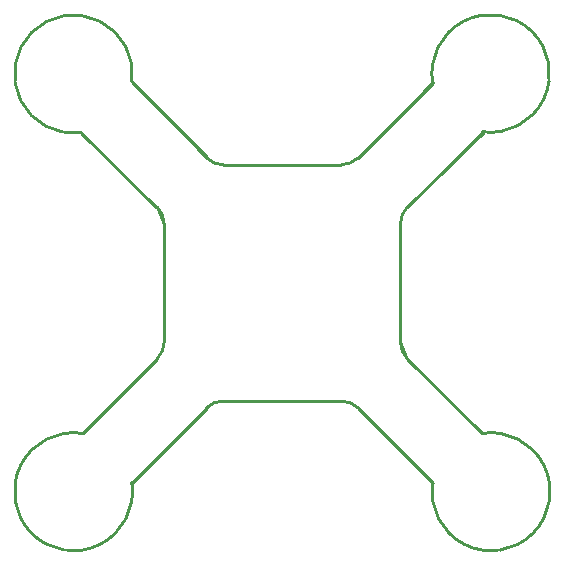
<source format=gko>
G04 Layer: BoardOutlineLayer*
G04 EasyEDA Pro v2.1.44.1.245b18d5.fca1f9, 2024-01-18 14:01:25*
G04 Gerber Generator version 0.3*
G04 Scale: 100 percent, Rotated: No, Reflected: No*
G04 Dimensions in millimeters*
G04 Leading zeros omitted, absolute positions, 3 integers and 5 decimals*
%FSLAX35Y35*%
%MOMM*%
%ADD10C,0.254*%
G75*


G04 PolygonModel Start*
G54D10*
G01X500000Y0D02*
G01X1500000Y0D01*
G01X2000000Y-500000D02*
G01X2000000Y-1500000D01*
G01X0Y-500000D02*
G01X0Y-1500000D01*
G01X500000Y-2000000D02*
G01X1500000Y-2000000D01*
G01X358579Y58579D02*
G03X500000Y0I141421J141421D01*
G01X0Y-500000D02*
G03X-58579Y-358579I-200000J-0D01*
G01X0Y-500000D01*
G01X500000Y-2000000D02*
G03X358579Y-2058579I0J-200000D01*
G01X2000000Y-1500000D02*
G03X2058579Y-1641421I200000J0D01*
G01X2000000Y-1500000D01*
G01X-58579Y-1641421D02*
G03X0Y-1500000I-141421J141421D01*
G01X1641421Y-2058579D02*
G03X1500000Y-2000000I-141421J-141421D01*
G01X2058579Y-358579D02*
G03X2000000Y-500000I141421J-141421D01*
G01X1500000Y0D02*
G03X1641421Y58579I-0J200000D01*
G01X-701781Y272404D02*
G01X-68664Y-355600D01*
G01X-63500D01*
G01X-272509Y701003D02*
G01X358579Y65685D01*
G01Y58579D01*
G01X-272509Y701003D01*
G01X-272737Y699337D02*
G03X-699337Y272737I-495263J68663D01*
G01X1641421Y58579D02*
G01X2273300Y690457D01*
G01Y698500D01*
G01X1641421Y58579D01*
G01X2058579Y-358579D02*
G01X2696557Y279400D01*
G01X2705100D01*
G01X2058579Y-358579D01*
G01X-58579Y-1641421D02*
G01X-685800Y-2268643D01*
G01Y-2273300D01*
G01X358579Y-2058579D02*
G01X-273142Y-2690299D01*
G01Y-2696476D01*
G01X1641421Y-2058579D02*
G01X2273519Y-2690677D01*
G01X2274015D01*
G01X2058579Y-1641421D02*
G01X2689137Y-2271980D01*
G01Y-2274259D01*
G01X2696557Y279400D02*
G03X2273300Y690457I68293J493758D01*
G01X-688041Y-2274435D02*
G03X-273880Y-2691546I-79959J-493565D01*
G01X2274039Y-2690524D02*
G03X2690524Y-2274039I493961J-77476D01*
G04 PolygonModel End*

M02*

</source>
